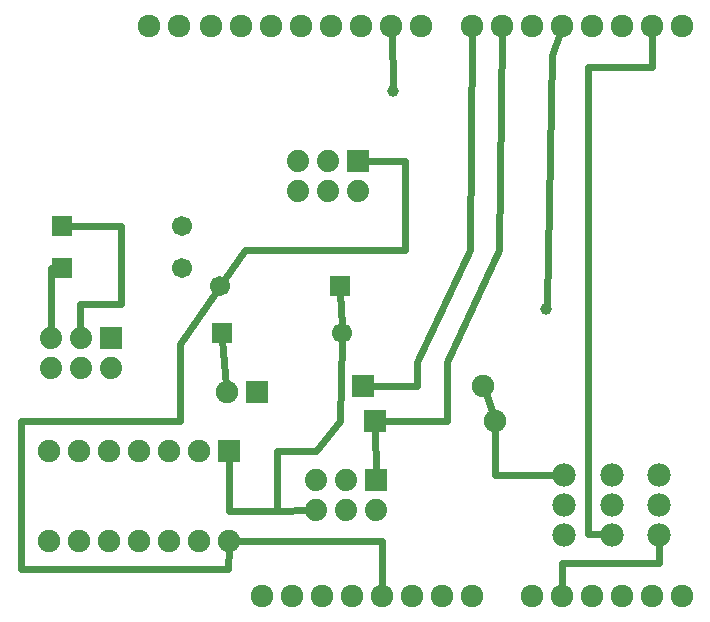
<source format=gtl>
G04 MADE WITH FRITZING*
G04 WWW.FRITZING.ORG*
G04 DOUBLE SIDED*
G04 HOLES PLATED*
G04 CONTOUR ON CENTER OF CONTOUR VECTOR*
%ASAXBY*%
%FSLAX23Y23*%
%MOIN*%
%OFA0B0*%
%SFA1.0B1.0*%
%ADD10C,0.075833*%
%ADD11C,0.078000*%
%ADD12C,0.074000*%
%ADD13C,0.067000*%
%ADD14C,0.075000*%
%ADD15C,0.039370*%
%ADD16R,0.074000X0.074000*%
%ADD17R,0.067000X0.067000*%
%ADD18R,0.075000X0.075000*%
%ADD19C,0.024000*%
%LNCOPPER1*%
G90*
G70*
G54D10*
X715Y1986D03*
X815Y1986D03*
X922Y1986D03*
X1022Y1986D03*
X1122Y1986D03*
X1222Y1986D03*
X1322Y1986D03*
X1422Y1986D03*
X1522Y1986D03*
X1622Y1986D03*
X1792Y1986D03*
X1892Y1986D03*
X1992Y1986D03*
X2092Y1986D03*
X2192Y1986D03*
X2292Y1986D03*
X2392Y1986D03*
X2492Y1986D03*
X1092Y86D03*
X1192Y86D03*
X1292Y86D03*
X1392Y86D03*
X1492Y86D03*
X1592Y86D03*
X1692Y86D03*
X1792Y86D03*
X1992Y86D03*
X2092Y86D03*
X2192Y86D03*
X2292Y86D03*
X2392Y86D03*
X2492Y86D03*
G54D11*
X2413Y490D03*
X2413Y390D03*
X2413Y290D03*
X2098Y490D03*
X2098Y390D03*
X2098Y290D03*
G54D12*
X586Y844D03*
X486Y844D03*
X386Y844D03*
X586Y944D03*
X486Y944D03*
X386Y944D03*
X1412Y1435D03*
X1312Y1435D03*
X1212Y1435D03*
X1412Y1535D03*
X1312Y1535D03*
X1212Y1535D03*
X1471Y372D03*
X1371Y372D03*
X1271Y372D03*
X1471Y472D03*
X1371Y472D03*
X1271Y472D03*
G54D13*
X957Y962D03*
X1357Y962D03*
X425Y1317D03*
X825Y1317D03*
X425Y1179D03*
X825Y1179D03*
X1350Y1120D03*
X950Y1120D03*
G54D14*
X1075Y766D03*
X975Y766D03*
X981Y569D03*
X981Y269D03*
X881Y569D03*
X881Y269D03*
X781Y569D03*
X781Y269D03*
X681Y569D03*
X681Y269D03*
X581Y569D03*
X581Y269D03*
X481Y569D03*
X481Y269D03*
X381Y569D03*
X381Y269D03*
G54D15*
X1527Y1770D03*
G54D11*
X2256Y490D03*
X2256Y390D03*
X2256Y290D03*
G54D15*
X2039Y1041D03*
G54D14*
X1429Y785D03*
X1829Y785D03*
X1468Y667D03*
X1868Y667D03*
G54D16*
X586Y944D03*
X1412Y1535D03*
X1471Y472D03*
G54D17*
X957Y962D03*
X425Y1317D03*
X425Y1179D03*
X1350Y1120D03*
G54D18*
X1075Y766D03*
X981Y569D03*
X1429Y785D03*
X1468Y667D03*
G54D19*
X1492Y269D02*
X1006Y269D01*
D02*
X1492Y111D02*
X1492Y269D01*
D02*
X1523Y1961D02*
X1527Y1789D01*
D02*
X1035Y1238D02*
X964Y1140D01*
D02*
X1567Y1238D02*
X1035Y1238D01*
D02*
X1438Y1535D02*
X1567Y1535D01*
D02*
X1567Y1535D02*
X1567Y1238D01*
D02*
X819Y924D02*
X937Y1100D01*
D02*
X286Y668D02*
X819Y668D01*
D02*
X287Y175D02*
X286Y668D01*
D02*
X976Y175D02*
X287Y175D01*
D02*
X819Y668D02*
X819Y924D01*
D02*
X980Y244D02*
X976Y175D01*
D02*
X1356Y987D02*
X1351Y1096D01*
D02*
X972Y790D02*
X959Y938D01*
D02*
X483Y1060D02*
X485Y970D01*
D02*
X622Y1060D02*
X483Y1060D01*
D02*
X622Y1318D02*
X622Y1060D01*
D02*
X449Y1317D02*
X622Y1318D01*
D02*
X386Y1179D02*
X386Y970D01*
D02*
X401Y1179D02*
X386Y1179D01*
D02*
X2414Y196D02*
X2413Y264D01*
D02*
X2092Y196D02*
X2414Y196D01*
D02*
X2092Y111D02*
X2092Y196D01*
D02*
X1350Y668D02*
X1356Y938D01*
D02*
X1272Y568D02*
X1350Y668D01*
D02*
X1142Y568D02*
X1272Y568D01*
D02*
X1142Y368D02*
X1142Y568D01*
D02*
X1246Y371D02*
X1142Y368D01*
D02*
X2058Y1888D02*
X2040Y1060D01*
D02*
X2084Y1963D02*
X2058Y1888D01*
D02*
X1868Y490D02*
X2073Y490D01*
D02*
X1868Y642D02*
X1868Y490D01*
D02*
X1860Y691D02*
X1837Y762D01*
D02*
X1469Y642D02*
X1471Y497D01*
D02*
X1706Y668D02*
X1493Y667D01*
D02*
X1881Y1238D02*
X1706Y865D01*
D02*
X1706Y865D02*
X1706Y668D01*
D02*
X1892Y1961D02*
X1881Y1238D01*
D02*
X1606Y785D02*
X1454Y785D01*
D02*
X1783Y1238D02*
X1606Y865D01*
D02*
X1606Y865D02*
X1606Y785D01*
D02*
X1792Y1961D02*
X1783Y1238D01*
D02*
X981Y368D02*
X981Y544D01*
D02*
X1142Y368D02*
X981Y368D01*
D02*
X2178Y293D02*
X2230Y291D01*
D02*
X2178Y1849D02*
X2178Y293D01*
D02*
X2392Y1961D02*
X2392Y1849D01*
D02*
X2392Y1849D02*
X2178Y1849D01*
G04 End of Copper1*
M02*
</source>
